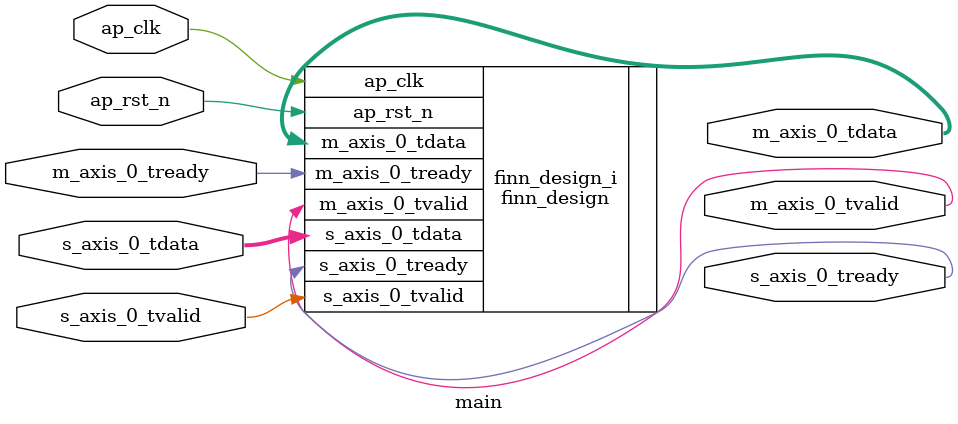
<source format=v>
`timescale 1 ps / 1 ps

module main
   (ap_clk,
    ap_rst_n,
    m_axis_0_tdata,
    m_axis_0_tready,
    m_axis_0_tvalid,
    s_axis_0_tdata,
    s_axis_0_tready,
    s_axis_0_tvalid);
  input ap_clk;
  input ap_rst_n;
  output [7:0]m_axis_0_tdata;
  input m_axis_0_tready;
  output m_axis_0_tvalid;
  input [39:0]s_axis_0_tdata;
  output s_axis_0_tready;
  input s_axis_0_tvalid;

  wire ap_clk;
  wire ap_rst_n;
  wire [7:0]m_axis_0_tdata;
  wire m_axis_0_tready;
  wire m_axis_0_tvalid;
  wire [39:0]s_axis_0_tdata;
  wire s_axis_0_tready;
  wire s_axis_0_tvalid;
  
  finn_design finn_design_i
       (.ap_clk(ap_clk),
        .ap_rst_n(ap_rst_n),
        .m_axis_0_tdata(m_axis_0_tdata),
        .m_axis_0_tready(m_axis_0_tready),
        .m_axis_0_tvalid(m_axis_0_tvalid),
        .s_axis_0_tdata(s_axis_0_tdata),
        .s_axis_0_tready(s_axis_0_tready),
        .s_axis_0_tvalid(s_axis_0_tvalid));

endmodule

</source>
